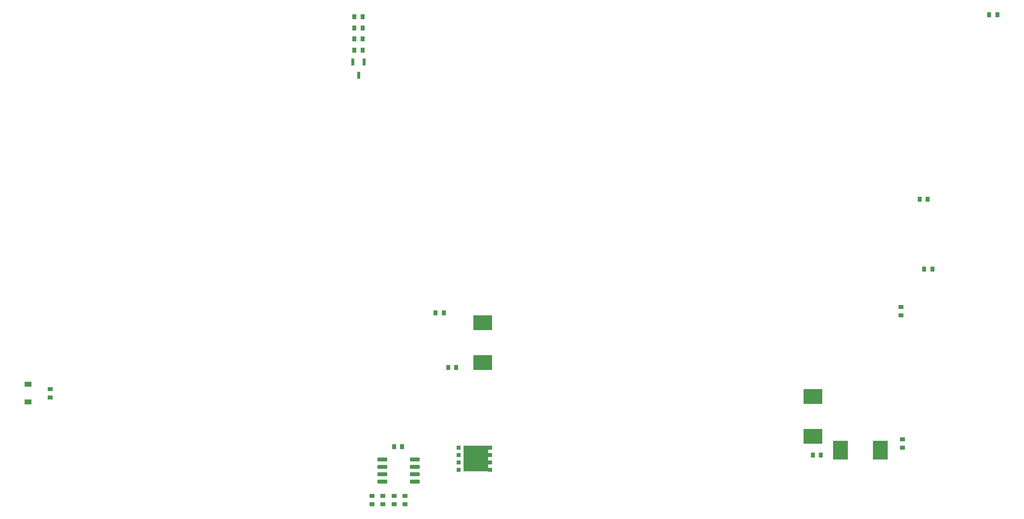
<source format=gbp>
G04*
G04 #@! TF.GenerationSoftware,Altium Limited,Altium Designer,21.8.1 (53)*
G04*
G04 Layer_Color=128*
%FSLAX23Y23*%
%MOIN*%
G70*
G04*
G04 #@! TF.SameCoordinates,5902FB8D-61F4-4A33-80A6-77BEAA8E0702*
G04*
G04*
G04 #@! TF.FilePolarity,Positive*
G04*
G01*
G75*
%ADD25R,0.035X0.028*%
%ADD26R,0.028X0.035*%
%ADD28R,0.031X0.035*%
%ADD32R,0.168X0.176*%
%ADD33R,0.025X0.026*%
G04:AMPARAMS|DCode=38|XSize=26mil|YSize=65mil|CornerRadius=2mil|HoleSize=0mil|Usage=FLASHONLY|Rotation=270.000|XOffset=0mil|YOffset=0mil|HoleType=Round|Shape=RoundedRectangle|*
%AMROUNDEDRECTD38*
21,1,0.026,0.061,0,0,270.0*
21,1,0.022,0.065,0,0,270.0*
1,1,0.004,-0.031,-0.011*
1,1,0.004,-0.031,0.011*
1,1,0.004,0.031,0.011*
1,1,0.004,0.031,-0.011*
%
%ADD38ROUNDEDRECTD38*%
%ADD42R,0.035X0.031*%
%ADD49R,0.024X0.045*%
%ADD140R,0.130X0.100*%
%ADD141R,0.047X0.035*%
%ADD142R,0.047X0.035*%
%ADD143R,0.100X0.130*%
D25*
X7100Y2568D02*
D03*
Y2512D02*
D03*
X1335Y2013D02*
D03*
Y1957D02*
D03*
X7110Y1673D02*
D03*
Y1617D02*
D03*
X3741Y1232D02*
D03*
Y1288D02*
D03*
D26*
X7280Y3300D02*
D03*
X7225D02*
D03*
X7313Y2825D02*
D03*
X7257D02*
D03*
X7697Y4550D02*
D03*
X7753D02*
D03*
X6502Y1566D02*
D03*
X6558D02*
D03*
X3721Y1622D02*
D03*
X3666D02*
D03*
D28*
X4032Y2160D02*
D03*
X4088D02*
D03*
X4003Y2530D02*
D03*
X3947D02*
D03*
X3397Y4310D02*
D03*
X3453D02*
D03*
X3397Y4535D02*
D03*
X3453D02*
D03*
X3453Y4460D02*
D03*
X3397D02*
D03*
X3453Y4385D02*
D03*
X3397D02*
D03*
D32*
X4221Y1542D02*
D03*
D33*
X4317Y1467D02*
D03*
Y1517D02*
D03*
Y1567D02*
D03*
Y1617D02*
D03*
X4102D02*
D03*
Y1567D02*
D03*
Y1517D02*
D03*
Y1467D02*
D03*
D38*
X3585Y1385D02*
D03*
Y1435D02*
D03*
Y1485D02*
D03*
Y1535D02*
D03*
X3808Y1385D02*
D03*
Y1435D02*
D03*
Y1485D02*
D03*
Y1535D02*
D03*
D42*
X3516Y1232D02*
D03*
Y1288D02*
D03*
X3591Y1232D02*
D03*
Y1288D02*
D03*
X3666Y1288D02*
D03*
Y1232D02*
D03*
D49*
X3425Y4141D02*
D03*
X3462Y4229D02*
D03*
X3388D02*
D03*
D140*
X6504Y1962D02*
D03*
Y1694D02*
D03*
X4265Y2462D02*
D03*
Y2194D02*
D03*
D141*
X1185Y2045D02*
D03*
D142*
Y1925D02*
D03*
D143*
X6959Y1600D02*
D03*
X6691D02*
D03*
M02*

</source>
